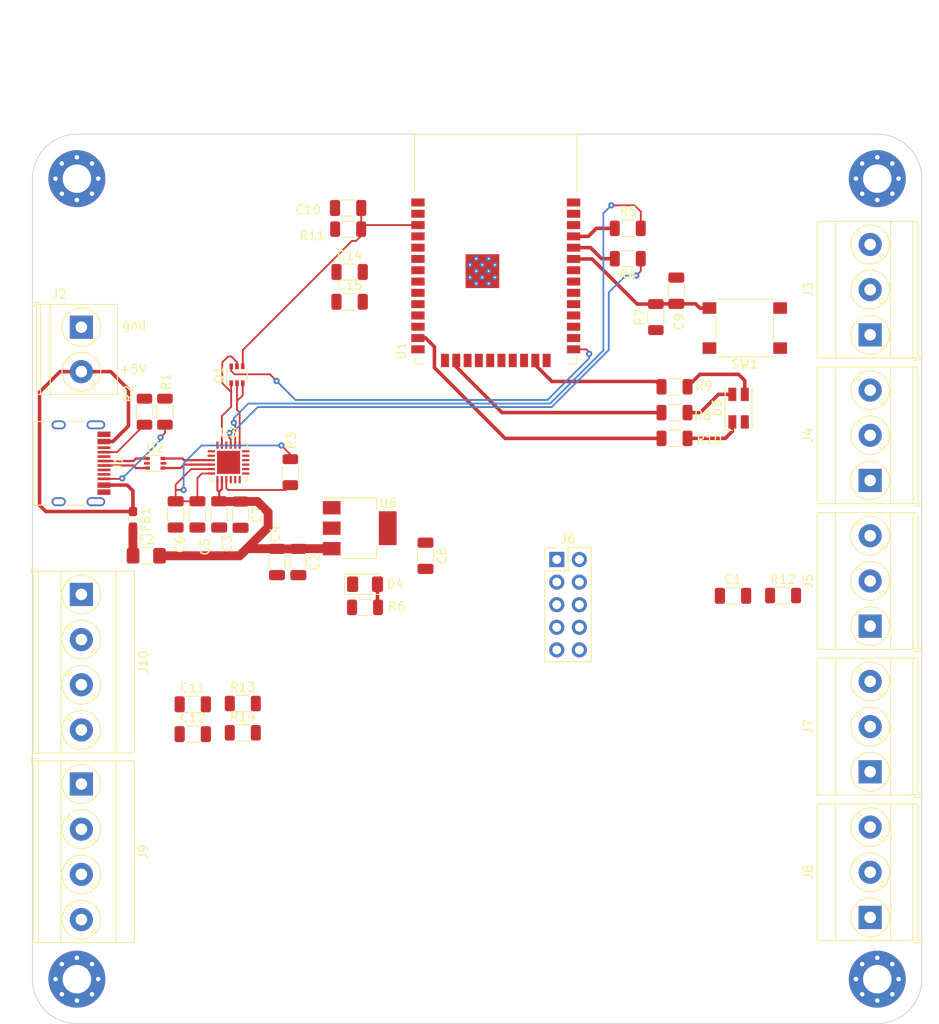
<source format=kicad_pcb>
(kicad_pcb (version 20221018) (generator pcbnew)
  (layers (0 "F.Cu" signal) (1 "In1.Cu" signal) (2 "In2.Cu" signal) (31 "B.Cu" signal) (34 "B.Paste" user) (35 "F.Paste" user) (36 "B.SilkS" user "B.Silkscreen") (37 "F.SilkS" user "F.Silkscreen") (38 "B.Mask" user) (39 "F.Mask" user) (44 "Edge.Cuts" user))
  (net 0 "")
  (net 1 "GND")
  (net 2 "+5V")
  (net 3 "+3.3VA")
  (net 4 "+3V3")
  (net 5 "/SW")
  (net 6 "/EN")
  (net 7 "Net-(D3-RK)")
  (net 8 "Net-(D3-GK)")
  (net 9 "Net-(D3-BK)")
  (net 10 "Net-(D4-A)")
  (net 11 "Net-(F2-Pad1)")
  (net 12 "+5VP")
  (net 13 "Net-(J1-CC1)")
  (net 14 "Net-(J1-D+-PadA6)")
  (net 15 "Net-(J1-D--PadA7)")
  (net 17 "Net-(J1-CC2)")
  (net 19 "/SDA")
  (net 20 "/SCL")
  (net 21 "/GPIO26")
  (net 22 "/GPIO33")
  (net 23 "/GPIO27")
  (net 24 "/GPIO34")
  (net 25 "/GPIO32")
  (net 26 "/GPIO35")
  (net 27 "/DTR")
  (net 28 "/RTS")
  (net 29 "/IO0")
  (net 30 "Net-(U3-~{RST})")
  (net 31 "Net-(U3-TXD)")
  (net 32 "/RX")
  (net 33 "Net-(U3-RXD)")
  (net 34 "/TX")
  (net 35 "/LED_R")
  (net 36 "/LED_G")
  (net 37 "/LED_B")
  (net 38 "/RELAY")
  (net 50 "/onewire")
  (net 54 "/LEDSTR4")
  (net 56 "Net-(U3-D+)")
  (net 57 "Net-(U3-D-)")
  (footprint "Package_TO_SOT_SMD:SOT-223-3_TabPin2" (layer "F.Cu") (at 124.8 92.3)
    (fp_text reference "U6")
    (fp_text value "TLV1117LV-3.3")
  )
  (footprint "MountingHole:MountingHole_3.2mm_M3_Pad_Via" (layer "F.Cu") (at 183 53)
    (fp_text reference "H2" hide)
    (fp_text value "MountingHole_Pad" hide)
  )
  (footprint "Capacitor_SMD:C_1206_3216Metric" (layer "F.Cu") (at 123.5 56.3 180)
    (fp_text reference "C10")
    (fp_text value "100nf")
  )
  (footprint "Connector_USB:USB_C_Receptacle_HRO_TYPE-C-31-M-12" (layer "F.Cu") (at 92 85 -90)
    (fp_text reference "J1")
    (fp_text value "USB_C_Receptacle_USB2.0")
  )
  (footprint "Resistor_SMD:R_1206_3216Metric" (layer "F.Cu") (at 111.655 112.01)
    (fp_text reference "R13")
    (fp_text value "4k7")
  )
  (footprint "Capacitor_SMD:C_1206_3216Metric" (layer "F.Cu") (at 123.664 66.844)
    (fp_text reference "C15")
    (fp_text value "22uf")
  )
  (footprint "Resistor_SMD:R_1206_3216Metric" (layer "F.Cu") (at 117 86 -90)
    (fp_text reference "R3")
    (fp_text value "10k")
  )
  (footprint "TerminalBlock_Phoenix:TerminalBlock_Phoenix_MKDS-3-3-5.08_1x03_P5.08mm_Horizontal" (layer "F.Cu") (at 182.2 70.56 90)
    (fp_text reference "J3")
    (fp_text value "Screw_Terminal_01x03")
  )
  (footprint "Resistor_SMD:R_1206_3216Metric" (layer "F.Cu") (at 125.4 101.2)
    (fp_text reference "R6")
    (fp_text value "1k")
  )
  (footprint "TerminalBlock_Phoenix:TerminalBlock_Phoenix_MKDS-3-3-5.08_1x03_P5.08mm_Horizontal" (layer "F.Cu") (at 182.2 119.685 90)
    (fp_text reference "J7")
    (fp_text value "Screw_Terminal_01x03")
  )
  (footprint "MountingHole:MountingHole_3.2mm_M3_Pad_Via" (layer "F.Cu") (at 93 53)
    (fp_text reference "H1" hide)
    (fp_text value "MountingHole_Pad" hide)
  )
  (footprint "TerminalBlock_Phoenix:TerminalBlock_Phoenix_MKDS-3-4-5.08_1x04_P5.08mm_Horizontal" (layer "F.Cu") (at 93.5 99.74 -90)
    (fp_text reference "J10")
    (fp_text value "Screw_Terminal_01x04")
  )
  (footprint "TerminalBlock_Phoenix:TerminalBlock_Phoenix_MKDS-3-3-5.08_1x03_P5.08mm_Horizontal" (layer "F.Cu") (at 182.2 103.31 90)
    (fp_text reference "J5")
    (fp_text value "Screw_Terminal_01x03")
  )
  (footprint "Capacitor_SMD:C_1206_3216Metric" (layer "F.Cu") (at 106.025 112.1)
    (fp_text reference "C11")
    (fp_text value "100nf")
  )
  (footprint "Resistor_SMD:R_1206_3216Metric" (layer "F.Cu") (at 160.2 76.4)
    (fp_text reference "R9")
    (fp_text value "1k")
  )
  (footprint "TerminalBlock_Phoenix:TerminalBlock_Phoenix_MKDS-3-4-5.08_1x04_P5.08mm_Horizontal" (layer "F.Cu") (at 93.5 121.06 -90)
    (fp_text reference "J9")
    (fp_text value "Screw_Terminal_01x04")
  )
  (footprint "Capacitor_SMD:C_1206_3216Metric" (layer "F.Cu") (at 115.5 96.1 -90)
    (fp_text reference "C4")
    (fp_text value "22u")
  )
  (footprint "Resistor_SMD:R_1206_3216Metric" (layer "F.Cu") (at 123.5 58.674)
    (fp_text reference "R11")
    (fp_text value "10k")
  )
  (footprint "Package_DFN_QFN:QFN-24-1EP_4x4mm_P0.5mm_EP2.6x2.6mm" (layer "F.Cu") (at 110.05 84.9)
    (fp_text reference "U3")
    (fp_text value "CP2104")
  )
  (footprint "Resistor_SMD:R_1206_3216Metric" (layer "F.Cu") (at 172.405 99.87)
    (fp_text reference "R12")
    (fp_text value "4k7")
  )
  (footprint "Capacitor_SMD:C_1206_3216Metric" (layer "F.Cu") (at 109 90.75 -90)
    (fp_text reference "C3")
    (fp_text value "4u7")
  )
  (footprint "LED_SMD:LED_1206_3216Metric" (layer "F.Cu") (at 125.4 98.6)
    (fp_text reference "D4")
    (fp_text value "LED")
  )
  (footprint "Resistor_SMD:R_1206_3216Metric" (layer "F.Cu") (at 160.2 79.3)
    (fp_text reference "R8")
    (fp_text value "1k")
  )
  (footprint "Resistor_SMD:R_1206_3216Metric" (layer "F.Cu") (at 111.655 115.3)
    (fp_text reference "R14")
    (fp_text value "4k7")
  )
  (footprint "Capacitor_SMD:C_1206_3216Metric" (layer "F.Cu") (at 104.1 90.75 -90)
    (fp_text reference "C6")
    (fp_text value "100nf")
  )
  (footprint "Resistor_SMD:R_1206_3216Metric" (layer "F.Cu") (at 154.94 62 180)
    (fp_text reference "R4")
    (fp_text value "22R")
  )
  (footprint "Resistor_SMD:R_1206_3216Metric" (layer "F.Cu") (at 102.9 79.2 90)
    (fp_text reference "R1")
    (fp_text value "5k1")
  )
  (footprint "Capacitor_SMD:C_1206_3216Metric" (layer "F.Cu") (at 132.2 95.4 -90)
    (fp_text reference "C8")
    (fp_text value "22u")
  )
  (footprint "Resistor_SMD:R_1206_3216Metric" (layer "F.Cu") (at 154.94 58.587 180)
    (fp_text reference "R5")
    (fp_text value "22R")
  )
  (footprint "MountingHole:MountingHole_3.2mm_M3_Pad_Via" (layer "F.Cu") (at 93 143)
    (fp_text reference "H3" hide)
    (fp_text value "MountingHole_Pad" hide)
  )
  (footprint "RF_Module:ESP32-WROOM-32D" (layer "F.Cu") (at 140.1 63.93)
    (fp_text reference "U1")
    (fp_text value "ESP32-WROOM-32D")
  )
  (footprint "Resistor_SMD:R_1206_3216Metric" (layer "F.Cu") (at 158.1 68.5625 90)
    (fp_text reference "R7")
    (fp_text value "10k")
  )
  (footprint "Inductor_SMD:L_0603_1608Metric_Pad1.05x0.95mm_HandSolder" (layer "F.Cu") (at 99.3 91.3 -90)
    (fp_text reference "FB1")
    (fp_text value "BLM21PG221")
  )
  (footprint "Button_Switch_SMD:SW_Push_1P1T_NO_6x6mm_H9.5mm" (layer "F.Cu") (at 168.1 69.8 180)
    (fp_text reference "SW1")
    (fp_text value "SW_SPST")
  )
  (footprint "LED_SMD:LED_RGB_Wuerth-PLCC4_3.2x2.8mm_150141M173100" (layer "F.Cu") (at 167.4 78.8 90)
    (fp_text reference "D3")
    (fp_text value "LED_RGBA")
  )
  (footprint "Capacitor_SMD:C_1206_3216Metric" (layer "F.Cu") (at 160.4 65.6 90)
    (fp_text reference "C9")
    (fp_text value "100nf")
  )
  (footprint "MountingHole:MountingHole_3.2mm_M3_Pad_Via" (layer "F.Cu") (at 183 143)
    (fp_text reference "H4" hide)
    (fp_text value "MountingHole_Pad" hide)
  )
  (footprint "Resistor_SMD:R_1206_3216Metric" (layer "F.Cu") (at 160.2 82.2)
    (fp_text reference "R10")
    (fp_text value "1k")
  )
  (footprint "Resistor_SMD:R_1206_3216Metric" (layer "F.Cu") (at 100.6 79.2 90)
    (fp_text reference "R2")
    (fp_text value "5k1")
  )
  (footprint "Capacitor_SMD:C_1206_3216Metric" (layer "F.Cu") (at 117.9 96.1 -90)
    (fp_text reference "C2")
    (fp_text value "100nf")
  )
  (footprint "Fuse:Fuse_1206_3216Metric_Pad1.42x1.75mm_HandSolder" (layer "F.Cu") (at 100.8 95.4)
    (fp_text reference "F2")
    (fp_text value "Polyfuse 1A")
  )
  (footprint "TerminalBlock_Phoenix:TerminalBlock_Phoenix_MKDS-3-3-5.08_1x03_P5.08mm_Horizontal" (layer "F.Cu") (at 182.2 86.935 90)
    (fp_text reference "J4")
    (fp_text value "Screw_Terminal_01x03")
  )
  (footprint "Package_TO_SOT_SMD:SOT-666" (layer "F.Cu") (at 101.8 85)
    (fp_text reference "U2")
    (fp_text value "USBLC6-2P6" hide)
  )
  (footprint "TerminalBlock_Phoenix:TerminalBlock_Phoenix_MKDS-3-3-5.08_1x03_P5.08mm_Horizontal" (layer "F.Cu") (at 182.2 136.06 90)
    (fp_text reference "J8")
    (fp_text value "Screw_Terminal_01x03")
  )
  (footprint "Capacitor_SMD:C_1206_3216Metric" (layer "F.Cu") (at 106.55 90.75 -90)
    (fp_text reference "C5")
    (fp_text value "22u")
  )
  (footprint "Capacitor_SMD:C_1206_3216Metric" (layer "F.Cu") (at 123.664 63.494)
    (fp_text reference "C14")
    (fp_text value "100nf")
  )
  (footprint "Package_TO_SOT_SMD:SOT-363_SC-70-6" (layer "F.Cu") (at 111 75.05 90)
    (fp_text reference "Q1")
    (fp_text value "UMH3N")
  )
  (footprint "TerminalBlock_Phoenix:TerminalBlock_Phoenix_PT-1,5-2-5.0-H_1x02_P5.00mm_Horizontal" (layer "F.Cu") (at 93.5 69.7 -90)
    (fp_text reference "J2")
    (fp_text value "Screw_Terminal_01x02")
  )
  (footprint "Capacitor_SMD:C_1206_3216Metric" (layer "F.Cu") (at 106.025 115.45)
    (fp_text reference "C12")
    (fp_text value "100nf")
  )
  (footprint "Connector_PinHeader_2.54mm:PinHeader_2x05_P2.54mm_Vertical" (layer "F.Cu") (at 146.96 95.82)
    (fp_text reference "J6")
    (fp_text value "Conn_02x05_Odd_Even")
  )
  (footprint "Capacitor_SMD:C_1206_3216Metric" (layer "F.Cu") (at 111.4 90.775 -90)
    (fp_text reference "C7")
    (fp_text value "22u")
  )
  (footprint "Capacitor_SMD:C_1206_3216Metric" (layer "F.Cu") (at 166.775 99.9)
    (fp_text reference "C1")
    (fp_text value "100nf")
  )
  (gr_arc (start 188 143) (mid 186.535534 146.535534) (end 183 148) (stroke (width 0.1)) (layer "Edge.Cuts"))
  (gr_arc (start 88 53) (mid 89.464466 49.464466) (end 93 48) (stroke (width 0.1)) (layer "Edge.Cuts"))
  (gr_line (start 88 53) (end 88 143) (stroke (width 0.1)) (layer "Edge.Cuts"))
  (gr_arc (start 183 48) (mid 186.535534 49.464466) (end 188 53) (stroke (width 0.1)) (layer "Edge.Cuts"))
  (gr_arc (start 93 148) (mid 89.464466 146.535534) (end 88 143) (stroke (width 0.1)) (layer "Edge.Cuts"))
  (gr_line (start 93 148) (end 183 148) (stroke (width 0.1)) (layer "Edge.Cuts"))
  (gr_line (start 183 48) (end 93 48) (stroke (width 0.1)) (layer "Edge.Cuts"))
  (gr_line (start 188 143) (end 188 53) (stroke (width 0.1)) (layer "Edge.Cuts"))
  (gr_text "+5V" (at 97.666667 75) (layer "F.SilkS") (effects (font (size 1 1)) (justify left bottom)))
  (gr_text "gnd" (at 98 70) (layer "F.SilkS") (effects (font (size 1 1)) (justify left bottom)))
  (segment (start 109 89.275) (end 109 88.2) (width 0.25) (layer "F.Cu") (net 2))
  (segment (start 112.1 94.6) (end 115.475 94.6) (width 1) (layer "F.Cu") (net 2))
  (segment (start 109.025 89.3) (end 109 89.275) (width 1) (layer "F.Cu") (net 2))
  (segment (start 108.8 88) (end 108.8 86.8375) (width 0.25) (layer "F.Cu") (net 2))
  (segment (start 118.1 94.625) (end 118.125 94.6) (width 1) (layer "F.Cu") (net 2))
  (segment (start 113.3 89.3) (end 111.4 89.3) (width 1) (layer "F.Cu") (net 2))
  (segment (start 109 88.2) (end 109.3 87.9) (width 0.25) (layer "F.Cu") (net 2))
  (segment (start 111.3 95.4) (end 112.1 94.6) (width 1) (layer "F.Cu") (net 2))
  (segment (start 109.3 87.9) (end 109.3 86.8375) (width 0.25) (layer "F.Cu") (net 2))
  (segment (start 111.4 89.3) (end 109.025 89.3) (width 1) (layer "F.Cu") (net 2))
  (segment (start 102.2875 95.4) (end 111.3 95.4) (width 1) (layer "F.Cu") (net 2))
  (segment (start 114.5 90.5) (end 113.3 89.3) (width 1) (layer "F.Cu") (net 2))
  (segment (start 109 88.2) (end 108.8 88) (width 0.25) (layer "F.Cu") (net 2))
  (segment (start 111.3 95.4) (end 114.5 92.2) (width 1) (layer "F.Cu") (net 2))
  (segment (start 115.5 94.625) (end 118.1 94.625) (width 1) (layer "F.Cu") (net 2))
  (segment (start 115.475 94.6) (end 115.5 94.625) (width 1) (layer "F.Cu") (net 2))
  (segment (start 114.5 92.2) (end 114.5 90.5) (width 1) (layer "F.Cu") (net 2))
  (segment (start 118.125 94.6) (end 121.65 94.6) (width 1) (layer "F.Cu") (net 2))
  (segment (start 105.85 85.65) (end 104.1 87.4) (width 0.2) (layer "F.Cu") (net 3))
  (segment (start 108.1125 85.65) (end 105.85 85.65) (width 0.2) (layer "F.Cu") (net 3))
  (segment (start 106.55 86.65) (end 106.55 89.275) (width 0.2) (layer "F.Cu") (net 3))
  (segment (start 117 84) (end 117 84.5375) (width 0.2) (layer "F.Cu") (net 3))
  (segment (start 104.1 88) (end 104.1 89.275) (width 0.2) (layer "F.Cu") (net 3))
  (segment (start 104.1 87.4) (end 104.1 88) (width 0.2) (layer "F.Cu") (net 3))
  (segment (start 108.1125 86.15) (end 107.05 86.15) (width 0.2) (layer "F.Cu") (net 3))
  (segment (start 104.1 89.275) (end 106.55 89.275) (width 0.2) (layer "F.Cu") (net 3))
  (segment (start 116 83) (end 117 84) (width 0.2) (layer "F.Cu") (net 3))
  (segment (start 107.05 86.15) (end 106.55 86.65) (width 0.2) (layer "F.Cu") (net 3))
  (segment (start 105 88) (end 104.1 88) (width 0.2) (layer "F.Cu") (net 3))
  (via (at 105 88) (size 0.7) (drill 0.3) (layers "F.Cu" "B.Cu") (net 3))
  (via (at 116 83) (size 0.7) (drill 0.3) (layers "F.Cu" "B.Cu") (net 3))
  (segment (start 105 85) (end 105 88) (width 0.2) (layer "B.Cu") (net 3))
  (segment (start 107 83) (end 105 85) (width 0.2) (layer "B.Cu") (net 3))
  (segment (start 116 83) (end 107 83) (width 0.2) (layer "B.Cu") (net 3))
  (segment (start 156 67.1) (end 150.93 62.03) (width 0.4) (layer "F.Cu") (net 5))
  (segment (start 162.575 67.075) (end 160.4 67.075) (width 0.4) (layer "F.Cu") (net 5))
  (segment (start 150.93 62.03) (end 148.85 62.03) (width 0.4) (layer "F.Cu") (net 5))
  (segment (start 160.4 67.075) (end 158.125 67.075) (width 0.4) (layer "F.Cu") (net 5))
  (segment (start 163.05 67.55) (end 162.575 67.075) (width 0.4) (layer "F.Cu") (net 5))
  (segment (start 158.1 67.1) (end 156 67.1) (width 0.4) (layer "F.Cu") (net 5))
  (segment (start 164.125 67.55) (end 163.05 67.55) (width 0.4) (layer "F.Cu") (net 5))
  (segment (start 158.125 67.075) (end 158.1 67.1) (width 0.4) (layer "F.Cu") (net 5))
  (segment (start 111.65 74.1) (end 111.65 72.273256) (width 0.2) (layer "F.Cu") (net 6))
  (segment (start 124.975 56.3) (end 124.975 58.6615) (width 0.2) (layer "F.Cu") (net 6))
  (segment (start 131.35 58.22) (end 125.4165 58.22) (width 0.2) (layer "F.Cu") (net 6))
  (segment (start 123.923256 60) (end 124.4 60) (width 0.2) (layer "F.Cu") (net 6))
  (segment (start 111.65 72.273256) (end 123.923256 60) (width 0.2) (layer "F.Cu") (net 6))
  (segment (start 125.4165 58.22) (end 124.9625 58.674) (width 0.2) (layer "F.Cu") (net 6))
  (segment (start 124.4 60) (end 124.9625 59.4375) (width 0.2) (layer "F.Cu") (net 6))
  (segment (start 124.975 58.6615) (end 124.9625 58.674) (width 0.2) (layer "F.Cu") (net 6))
  (segment (start 124.9625 59.4375) (end 124.9625 58.674) (width 0.2) (layer "F.Cu") (net 6))
  (segment (start 161.6625 79.3) (end 163.1 79.3) (width 0.4) (layer "F.Cu") (net 7))
  (segment (start 163.1 79.3) (end 165.15 77.25) (width 0.4) (layer "F.Cu") (net 7))
  (segment (start 165.15 77.25) (end 166.7 77.25) (width 0.4) (layer "F.Cu") (net 7))
  (segment (start 168.1 75.7) (end 168.1 77.25) (width 0.4) (layer "F.Cu") (net 8))
  (segment (start 163.0625 75) (end 167.4 75) (width 0.4) (layer "F.Cu") (net 8))
  (segment (start 167.4 75) (end 168.1 75.7) (width 0.4) (layer "F.Cu") (net 8))
  (segment (start 161.6625 76.4) (end 163.0625 75) (width 0.4) (layer "F.Cu") (net 8))
  (segment (start 161.6625 82.2) (end 165.9 82.2) (width 0.4) (layer "F.Cu") (net 9))
  (segment (start 166.7 81.4) (end 166.7 80.35) (width 0.4) (layer "F.Cu") (net 9))
  (segment (start 165.9 82.2) (end 166.7 81.4) (width 0.4) (layer "F.Cu") (net 9))
  (segment (start 126.8 101.1375) (end 126.8625 101.2) (width 0.4) (layer "F.Cu") (net 10))
  (segment (start 126.8 98.6) (end 126.8 101.1375) (width 0.4) (layer "F.Cu") (net 10))
  (segment (start 99.3 92.175) (end 99.3 95.3875) (width 1) (layer "F.Cu") (net 11))
  (segment (start 99.3 95.3875) (end 99.3125 95.4) (width 1) (layer "F.Cu") (net 11))
  (segment (start 96.045 87.45) (end 98.65 87.45) (width 0.4) (layer "F.Cu") (net 12))
  (segment (start 98.8 76.7) (end 96.8 74.7) (width 0.4) (layer "F.Cu") (net 12))
  (segment (start 96.8 74.7) (end 93.5 74.7) (width 0.4) (layer "F.Cu") (net 12))
  (segment (start 91.1 74.7) (end 88.8 77) (width 0.4) (layer "F.Cu") (net 12))
  (segment (start 99.3 88.1) (end 99.3 90.425) (width 0.4) (layer "F.Cu") (net 12))
  (segment (start 98.65 87.45) (end 99.3 88.1) (width 0.4) (layer "F.Cu") (net 12))
  (segment (start 97.05 82.55) (end 98.8 80.8) (width 0.4) (layer "F.Cu") (net 12))
  (segment (start 98.8 80.8) (end 98.8 76.7) (width 0.4) (layer "F.Cu") (net 12))
  (segment (start 89.505 90.425) (end 99.3 90.425) (width 0.4) (layer "F.Cu") (net 12))
  (segment (start 88.8 89.72) (end 89.505 90.425) (width 0.4) (layer "F.Cu") (net 12))
  (segment (start 96.045 82.55) (end 97.05 82.55) (width 0.4) (layer "F.Cu") (net 12))
  (segment (start 88.8 77) (end 88.8 89.72) (width 0.4) (layer "F.Cu") (net 12))
  (segment (start 93.5 74.7) (end 91.1 74.7) (width 0.4) (layer "F.Cu") (net 12))
  (segment (start 97.5125 83.75) (end 96.045 83.75) (width 0.2) (layer "F.Cu") (net 13))
  (segment (start 100.6 80.6625) (end 97.5125 83.75) (width 0.2) (layer "F.Cu") (net 13))
  (segment (start 99.35 84.75) (end 99.6375 84.4625) (width 0.25) (layer "F.Cu") (net 14))
  (segment (start 96.045 84.75) (end 99.35 84.75) (width 0.25) (layer "F.Cu") (net 14))
  (segment (start 99.6375 84.4625) (end 100.95 84.4625) (width 0.25) (layer "F.Cu") (net 14))
  (segment (start 99.35 85.25) (end 99.6375 85.5375) (width 0.25) (layer "F.Cu") (net 15))
  (segment (start 99.6375 85.5375) (end 100.95 85.5375) (width 0.25) (layer "F.Cu") (net 15))
  (segment (start 96.045 85.25) (end 99.35 85.25) (width 0.25) (layer "F.Cu") (net 15))
  (segment (start 102.9 80.6625) (end 102.9 81.6) (width 0.2) (layer "F.Cu") (net 17))
  (segment (start 98.05 86.75) (end 98.1 86.7) (width 0.2) (layer "F.Cu") (net 17))
  (segment (start 96.045 86.75) (end 98.05 86.75) (width 0.2) (layer "F.Cu") (net 17))
  (segment (start 102.9 81.6) (end 102.4 82.1) (width 0.2) (layer "F.Cu") (net 17))
  (via (at 98.1 86.7) (size 0.7) (drill 0.3) (layers "F.Cu" "B.Cu") (net 17))
  (via (at 102.4 82.1) (size 0.7) (drill 0.3) (layers "F.Cu" "B.Cu") (net 17))
  (segment (start 102.4 82.4) (end 102.4 82.1) (width 0.2) (layer "B.Cu") (net 17))
  (segment (start 98.1 86.7) (end 102.4 82.4) (width 0.2) (layer "B.Cu") (net 17))
  (segment (start 109.35 76) (end 110.35 77) (width 0.2) (layer "F.Cu") (net 27))
  (segment (start 109.35 73.65) (end 109.35 76) (width 0.2) (layer "F.Cu") (net 27))
  (segment (start 110.35 77) (end 110.35 78.65) (width 0.2) (layer "F.Cu") (net 27))
  (segment (start 110 73) (end 109.35 73.65) (width 0.2) (layer "F.Cu") (net 27))
  (segment (start 110.35 76) (end 110.35 77) (width 0.2) (layer "F.Cu") (net 27))
  (segment (start 110.375 73) (end 110 73) (width 0.2) (layer "F.Cu") (net 27))
  (segment (start 109.3 79.7) (end 109.3 82.9625) (width 0.2) (layer "F.Cu") (net 27))
  (segment (start 111 74.1) (end 111 73.625) (width 0.2) (layer "F.Cu") (net 27))
  (segment (start 111 73.625) (end 110.375 73) (width 0.2) (layer "F.Cu") (net 27))
  (segment (start 110.35 78.65) (end 109.3 79.7) (width 0.2) (layer "F.Cu") (net 27))
  (segment (start 111 76) (end 111 78) (width 0.2) (layer "F.Cu") (net 28))
  (segment (start 111.3 79.3) (end 111.3 82.9625) (width 0.2) (layer "F.Cu") (net 28))
  (segment (start 111 79) (end 111.3 79.3) (width 0.2) (layer "F.Cu") (net 28))
  (segment (start 111.65 77.35) (end 111 78) (width 0.2) (layer "F.Cu") (net 28))
  (segment (start 111 78) (end 111 79) (width 0.2) (layer "F.Cu") (net 28))
  (segment (start 111.65 76) (end 111.65 77.35) (width 0.2) (layer "F.Cu") (net 28))
  (segment (start 110.35 74.625) (end 110.35 74.1) (width 0.2) (layer "F.Cu") (net 29))
  (segment (start 114.7 75) (end 110.725 75) (width 0.2) (layer "F.Cu") (net 29))
  (segment (start 110.725 75) (end 110.35 74.625) (width 0.2) (layer "F.Cu") (net 29))
  (segment (start 150.29 72.19) (end 148.85 72.19) (width 0.2) (layer "F.Cu") (net 29))
  (segment (start 150.6 72.5) (end 150.29 72.19) (width 0.2) (layer "F.Cu") (net 29))
  (segment (start 115.45 75.75) (end 114.7 75) (width 0.2) (layer "F.Cu") (net 29))
  (segment (start 150.6 72.7) (end 150.6 72.5) (width 0.2) (layer "F.Cu") (net 29))
  (via (at 150.6 72.7) (size 0.7) (drill 0.3) (layers "F.Cu" "B.Cu") (net 29))
  (via (at 115.45 75.75) (size 0.7) (drill 0.3) (layers "F.Cu" "B.Cu") (net 29))
  (segment (start 150.6 73.2) (end 150.6 72.7) (width 0.2) (layer "B.Cu") (net 29))
  (segment (start 117.582843 77.882843) (end 145.917157 77.882843) (width 0.2) (layer "B.Cu") (net 29))
  (segment (start 145.917157 77.882843) (end 150.6 73.2) (width 0.2) (layer "B.Cu") (net 29))
  (segment (start 115.45 75.75) (end 117.582843 77.882843) (width 0.2) (layer "B.Cu") (net 29))
  (segment (start 109.8 87.8) (end 110 88) (width 0.2) (layer "F.Cu") (net 30))
  (segment (start 110 88) (end 116.4625 88) (width 0.2) (layer "F.Cu") (net 30))
  (segment (start 109.8 86.8375) (end 109.8 87.8) (width 0.2) (layer "F.Cu") (net 30))
  (segment (start 116.4625 88) (end 117 87.4625) (width 0.2) (layer "F.Cu") (net 30))
  (segment (start 110.1505 81.6) (end 110.1505 82.1505) (width 0.2) (layer "F.Cu") (net 31))
  (segment (start 110.3 82.3) (end 110.3 82.9625) (width 0.2) (layer "F.Cu") (net 31))
  (segment (start 155.9 63.9) (end 156.4025 63.3975) (width 0.2) (layer "F.Cu") (net 31))
  (segment (start 156.4025 63.3975) (end 156.4025 62) (width 0.2) (layer "F.Cu") (net 31))
  (segment (start 110.1505 82.1505) (end 110.3 82.3) (width 0.2) (layer "F.Cu") (net 31))
  (via (at 155.9 63.9) (size 0.7) (drill 0.3) (layers "F.Cu" "B.Cu") (net 31))
  (via (at 110.1505 81.6) (size 0.7) (drill 0.3) (layers "F.Cu" "B.Cu") (net 31))
  (segment (start 110.919739 81.1005) (end 113.337396 78.682843) (width 0.2) (layer "B.Cu") (net 31))
  (segment (start 110.1505 81.6) (end 110.65 81.1005) (width 0.2) (layer "B.Cu") (net 31))
  (segment (start 152.8 65.8) (end 154.7 63.9) (width 0.2) (layer "B.Cu") (net 31))
  (segment (start 152.8 72.265686) (end 152.8 65.8) (width 0.2) (layer "B.Cu") (net 31))
  (segment (start 113.337396 78.682843) (end 146.382843 78.682843) (width 0.2) (layer "B.Cu") (net 31))
  (segment (start 146.382843 78.682843) (end 152.8 72.265686) (width 0.2) (layer "B.Cu") (net 31))
  (segment (start 154.7 63.9) (end 155.9 63.9) (width 0.2) (layer "B.Cu") (net 31))
  (segment (start 110.65 81.1005) (end 110.919739 81.1005) (width 0.2) (layer "B.Cu") (net 31))
  (segment (start 150.76 60.76) (end 152 62) (width 0.4) (layer "F.Cu") (net 32))
  (segment (start 152 62) (end 153.5375 62) (width 0.4) (layer "F.Cu") (net 32))
  (segment (start 148.85 60.76) (end 150.76 60.76) (width 0.4) (layer "F.Cu") (net 32))
  (segment (start 110.6505 80.4505) (end 110.8 80.6) (width 0.2) (layer "F.Cu") (net 33))
  (segment (start 156.4025 56.7025) (end 156.4025 58.587) (width 0.2) (layer "F.Cu") (net 33))
  (segment (start 110.8 80.6) (end 110.8 82.9625) (width 0.2) (layer "F.Cu") (net 33))
  (segment (start 153.1 56) (end 155.7 56) (width 0.2) (layer "F.Cu") (net 33))
  (segment (start 155.7 56) (end 156.4025 56.7025) (width 0.2) (layer "F.Cu") (net 33))
  (via (at 153.1 56) (size 0.7) (drill 0.3) (layers "F.Cu" "B.Cu") (net 33))
  (via (at 110.6505 80.4505) (size 0.7) (drill 0.3) (layers "F.Cu" "B.Cu") (net 33))
  (segment (start 110.6505 80.4505) (end 110.6505 79.915186) (width 0.2) (layer "B.Cu") (net 33))
  (segment (start 152.2 56.9) (end 153.1 56) (width 0.2) (layer "B.Cu") (net 33))
  (segment (start 110.6505 79.915186) (end 112.282843 78.282843) (width 0.2) (layer "B.Cu") (net 33))
  (segment (start 146.217157 78.282843) (end 152.2 72.3) (width 0.2) (layer "B.Cu") (net 33))
  (segment (start 112.282843 78.282843) (end 146.217157 78.282843) (width 0.2) (layer "B.Cu") (net 33))
  (segment (start 152.2 72.3) (end 152.2 56.9) (width 0.2) (layer "B.Cu") (net 33))
  (segment (start 151.413 58.587) (end 153.4775 58.587) (width 0.4) (layer "F.Cu") (net 34))
  (segment (start 150.51 59.49) (end 151.413 58.587) (width 0.4) (layer "F.Cu") (net 34))
  (segment (start 148.85 59.49) (end 150.51 59.49) (width 0.4) (layer "F.Cu") (net 34))
  (segment (start 140.79 79.3) (end 135.66 74.17) (width 0.4) (layer "F.Cu") (net 35))
  (segment (start 158.7375 79.3) (end 140.79 79.3) (width 0.4) (layer "F.Cu") (net 35))
  (segment (start 135.66 74.17) (end 135.66 73.44) (width 0.4) (layer "F.Cu") (net 35))
  (segment (start 144.55 73.95) (end 144.55 73.44) (width 0.4) (layer "F.Cu") (net 36))
  (segment (start 146.4 75.8) (end 144.55 73.95) (width 0.4) (layer "F.Cu") (net 36))
  (segment (start 158.7375 76.4) (end 158.1375 75.8) (width 0.4) (layer "F.Cu") (net 36))
  (segment (start 158.1375 75.8) (end 146.4 75.8) (width 0.4) (layer "F.Cu") (net 36))
  (segment (start 133.2 71.9) (end 132.22 70.92) (width 0.4) (layer "F.Cu") (net 37))
  (segment (start 133.2 74.25) (end 133.2 71.9) (width 0.4) (layer "F.Cu") (net 37))
  (segment (start 158.7375 82.2) (end 141.15 82.2) (width 0.4) (layer "F.Cu") (net 37))
  (segment (start 132.22 70.92) (end 131.35 70.92) (width 0.4) (layer "F.Cu") (net 37))
  (segment (start 141.15 82.2) (end 133.2 74.25) (width 0.4) (layer "F.Cu") (net 37))
  (segment (start 105.05 84.65) (end 108.1125 84.65) (width 0.25) (layer "F.Cu") (net 56))
  (segment (start 102.65 84.4625) (end 104.8625 84.4625) (width 0.25) (layer "F.Cu") (net 56))
  (segment (start 104.8625 84.4625) (end 105.05 84.65) (width 0.25) (layer "F.Cu") (net 56))
  (segment (start 105.05 85.15) (end 108.1125 85.15) (width 0.25) (layer "F.Cu") (net 57))
  (segment (start 102.65 85.5375) (end 104.6625 85.5375) (width 0.25) (layer "F.Cu") (net 57))
  (segment (start 104.6625 85.5375) (end 105.05 85.15) (width 0.25) (layer "F.Cu") (net 57))
)
</source>
